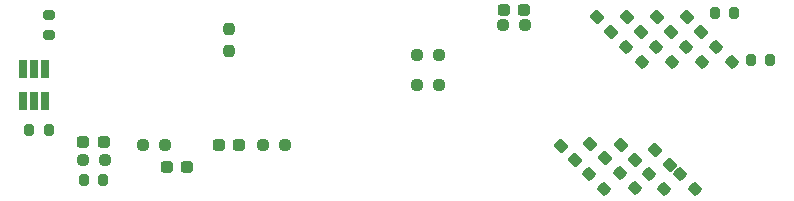
<source format=gbr>
%TF.GenerationSoftware,KiCad,Pcbnew,7.0.5*%
%TF.CreationDate,2024-09-15T17:20:00-04:00*%
%TF.ProjectId,8_bit_logic_analyzer,385f6269-745f-46c6-9f67-69635f616e61,rev?*%
%TF.SameCoordinates,Original*%
%TF.FileFunction,Paste,Bot*%
%TF.FilePolarity,Positive*%
%FSLAX46Y46*%
G04 Gerber Fmt 4.6, Leading zero omitted, Abs format (unit mm)*
G04 Created by KiCad (PCBNEW 7.0.5) date 2024-09-15 17:20:00*
%MOMM*%
%LPD*%
G01*
G04 APERTURE LIST*
G04 Aperture macros list*
%AMRoundRect*
0 Rectangle with rounded corners*
0 $1 Rounding radius*
0 $2 $3 $4 $5 $6 $7 $8 $9 X,Y pos of 4 corners*
0 Add a 4 corners polygon primitive as box body*
4,1,4,$2,$3,$4,$5,$6,$7,$8,$9,$2,$3,0*
0 Add four circle primitives for the rounded corners*
1,1,$1+$1,$2,$3*
1,1,$1+$1,$4,$5*
1,1,$1+$1,$6,$7*
1,1,$1+$1,$8,$9*
0 Add four rect primitives between the rounded corners*
20,1,$1+$1,$2,$3,$4,$5,0*
20,1,$1+$1,$4,$5,$6,$7,0*
20,1,$1+$1,$6,$7,$8,$9,0*
20,1,$1+$1,$8,$9,$2,$3,0*%
G04 Aperture macros list end*
%ADD10RoundRect,0.237500X-0.250000X-0.237500X0.250000X-0.237500X0.250000X0.237500X-0.250000X0.237500X0*%
%ADD11RoundRect,0.200000X-0.200000X-0.275000X0.200000X-0.275000X0.200000X0.275000X-0.200000X0.275000X0*%
%ADD12RoundRect,0.237500X0.237500X-0.250000X0.237500X0.250000X-0.237500X0.250000X-0.237500X-0.250000X0*%
%ADD13RoundRect,0.237500X-0.344715X0.008839X0.008839X-0.344715X0.344715X-0.008839X-0.008839X0.344715X0*%
%ADD14RoundRect,0.237500X0.250000X0.237500X-0.250000X0.237500X-0.250000X-0.237500X0.250000X-0.237500X0*%
%ADD15RoundRect,0.237500X-0.371231X0.035355X0.035355X-0.371231X0.371231X-0.035355X-0.035355X0.371231X0*%
%ADD16RoundRect,0.237500X0.287500X0.237500X-0.287500X0.237500X-0.287500X-0.237500X0.287500X-0.237500X0*%
%ADD17RoundRect,0.237500X-0.287500X-0.237500X0.287500X-0.237500X0.287500X0.237500X-0.287500X0.237500X0*%
%ADD18RoundRect,0.200000X0.200000X0.275000X-0.200000X0.275000X-0.200000X-0.275000X0.200000X-0.275000X0*%
%ADD19R,0.650000X1.560000*%
%ADD20RoundRect,0.200000X0.275000X-0.200000X0.275000X0.200000X-0.275000X0.200000X-0.275000X-0.200000X0*%
G04 APERTURE END LIST*
D10*
%TO.C,R23*%
X52785000Y-26670000D03*
X54610000Y-26670000D03*
%TD*%
%TO.C,R22*%
X52785000Y-24130000D03*
X54610000Y-24130000D03*
%TD*%
D11*
%TO.C,R21*%
X81006565Y-24588855D03*
X82656565Y-24588855D03*
%TD*%
D12*
%TO.C,R20*%
X36830000Y-23772500D03*
X36830000Y-21947500D03*
%TD*%
D13*
%TO.C,R17*%
X67284927Y-34219197D03*
X68575397Y-35509667D03*
%TD*%
%TO.C,R16*%
X69929666Y-34125774D03*
X71220136Y-35416244D03*
%TD*%
%TO.C,R15*%
X72412864Y-34231401D03*
X73703334Y-35521871D03*
%TD*%
%TO.C,R14*%
X74991576Y-34226383D03*
X76282046Y-35516853D03*
%TD*%
D14*
%TO.C,R13*%
X31392500Y-31750000D03*
X29567500Y-31750000D03*
%TD*%
%TO.C,R12*%
X26312500Y-33020000D03*
X24487500Y-33020000D03*
%TD*%
D13*
%TO.C,R11*%
X70474765Y-23484765D03*
X71765235Y-24775235D03*
%TD*%
%TO.C,R10*%
X74305235Y-24775235D03*
X73014765Y-23484765D03*
%TD*%
%TO.C,R9*%
X76845235Y-24775235D03*
X75554765Y-23484765D03*
%TD*%
%TO.C,R8*%
X79385235Y-24775235D03*
X78094765Y-23484765D03*
%TD*%
D14*
%TO.C,R7*%
X60047500Y-21590000D03*
X61872500Y-21590000D03*
%TD*%
D10*
%TO.C,R6*%
X39727500Y-31750000D03*
X41552500Y-31750000D03*
%TD*%
D15*
%TO.C,D15*%
X66163618Y-33062861D03*
X64926182Y-31825425D03*
%TD*%
%TO.C,D14*%
X68672498Y-32892589D03*
X67435062Y-31655153D03*
%TD*%
%TO.C,D13*%
X70003065Y-31801984D03*
X71240501Y-33039420D03*
%TD*%
%TO.C,D12*%
X74146609Y-33425312D03*
X72909173Y-32187876D03*
%TD*%
D16*
%TO.C,D11*%
X33299188Y-33599243D03*
X31549188Y-33599243D03*
%TD*%
D17*
%TO.C,D10*%
X24496589Y-31489171D03*
X26246589Y-31489171D03*
%TD*%
D15*
%TO.C,D9*%
X69198718Y-22208718D03*
X67961282Y-20971282D03*
%TD*%
%TO.C,D8*%
X71738718Y-22208718D03*
X70501282Y-20971282D03*
%TD*%
%TO.C,D7*%
X74278718Y-22208718D03*
X73041282Y-20971282D03*
%TD*%
%TO.C,D6*%
X76818718Y-22208718D03*
X75581282Y-20971282D03*
%TD*%
D16*
%TO.C,D5*%
X60085000Y-20320000D03*
X61835000Y-20320000D03*
%TD*%
%TO.C,D4*%
X37705000Y-31750000D03*
X35955000Y-31750000D03*
%TD*%
D18*
%TO.C,R5*%
X79605648Y-20583945D03*
X77955648Y-20583945D03*
%TD*%
%TO.C,R1*%
X26183810Y-34696757D03*
X24533810Y-34696757D03*
%TD*%
D19*
%TO.C,Q1*%
X19370000Y-25320000D03*
X20320000Y-25320000D03*
X21270000Y-25320000D03*
X21270000Y-28020000D03*
X20320000Y-28020000D03*
X19370000Y-28020000D03*
%TD*%
D20*
%TO.C,R3*%
X21590000Y-22415000D03*
X21590000Y-20765000D03*
%TD*%
D18*
%TO.C,R2*%
X21590000Y-30480000D03*
X19940000Y-30480000D03*
%TD*%
M02*

</source>
